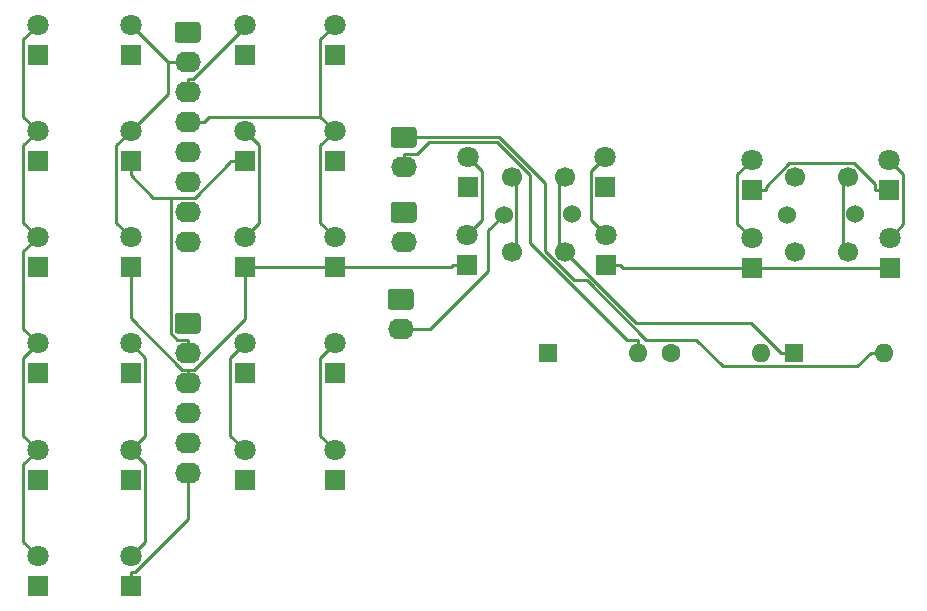
<source format=gbr>
G04 #@! TF.GenerationSoftware,KiCad,Pcbnew,(5.1.5-0-10_14)*
G04 #@! TF.CreationDate,2020-06-21T14:27:19+10:00*
G04 #@! TF.ProjectId,EWI_Right,4557495f-5269-4676-9874-2e6b69636164,-*
G04 #@! TF.SameCoordinates,Original*
G04 #@! TF.FileFunction,Copper,L2,Bot*
G04 #@! TF.FilePolarity,Positive*
%FSLAX46Y46*%
G04 Gerber Fmt 4.6, Leading zero omitted, Abs format (unit mm)*
G04 Created by KiCad (PCBNEW (5.1.5-0-10_14)) date 2020-06-21 14:27:19*
%MOMM*%
%LPD*%
G04 APERTURE LIST*
%ADD10C,1.800000*%
%ADD11R,1.800000X1.800000*%
%ADD12O,2.200000X1.740000*%
%ADD13C,0.100000*%
%ADD14O,1.600000X1.600000*%
%ADD15R,1.600000X1.600000*%
%ADD16C,1.600000*%
%ADD17C,1.524000*%
%ADD18C,1.700000*%
%ADD19C,0.228600*%
G04 APERTURE END LIST*
D10*
X147828000Y-74707200D03*
D11*
X147828000Y-77247200D03*
D12*
X170942000Y-57150000D03*
G04 #@! TA.AperFunction,ComponentPad*
D13*
G36*
X171816505Y-53741204D02*
G01*
X171840773Y-53744804D01*
X171864572Y-53750765D01*
X171887671Y-53759030D01*
X171909850Y-53769520D01*
X171930893Y-53782132D01*
X171950599Y-53796747D01*
X171968777Y-53813223D01*
X171985253Y-53831401D01*
X171999868Y-53851107D01*
X172012480Y-53872150D01*
X172022970Y-53894329D01*
X172031235Y-53917428D01*
X172037196Y-53941227D01*
X172040796Y-53965495D01*
X172042000Y-53989999D01*
X172042000Y-55230001D01*
X172040796Y-55254505D01*
X172037196Y-55278773D01*
X172031235Y-55302572D01*
X172022970Y-55325671D01*
X172012480Y-55347850D01*
X171999868Y-55368893D01*
X171985253Y-55388599D01*
X171968777Y-55406777D01*
X171950599Y-55423253D01*
X171930893Y-55437868D01*
X171909850Y-55450480D01*
X171887671Y-55460970D01*
X171864572Y-55469235D01*
X171840773Y-55475196D01*
X171816505Y-55478796D01*
X171792001Y-55480000D01*
X170091999Y-55480000D01*
X170067495Y-55478796D01*
X170043227Y-55475196D01*
X170019428Y-55469235D01*
X169996329Y-55460970D01*
X169974150Y-55450480D01*
X169953107Y-55437868D01*
X169933401Y-55423253D01*
X169915223Y-55406777D01*
X169898747Y-55388599D01*
X169884132Y-55368893D01*
X169871520Y-55347850D01*
X169861030Y-55325671D01*
X169852765Y-55302572D01*
X169846804Y-55278773D01*
X169843204Y-55254505D01*
X169842000Y-55230001D01*
X169842000Y-53989999D01*
X169843204Y-53965495D01*
X169846804Y-53941227D01*
X169852765Y-53917428D01*
X169861030Y-53894329D01*
X169871520Y-53872150D01*
X169884132Y-53851107D01*
X169898747Y-53831401D01*
X169915223Y-53813223D01*
X169933401Y-53796747D01*
X169953107Y-53782132D01*
X169974150Y-53769520D01*
X169996329Y-53759030D01*
X170019428Y-53750765D01*
X170043227Y-53744804D01*
X170067495Y-53741204D01*
X170091999Y-53740000D01*
X171792001Y-53740000D01*
X171816505Y-53741204D01*
G37*
G04 #@! TD.AperFunction*
D12*
X170942000Y-50800000D03*
G04 #@! TA.AperFunction,ComponentPad*
D13*
G36*
X171816505Y-47391204D02*
G01*
X171840773Y-47394804D01*
X171864572Y-47400765D01*
X171887671Y-47409030D01*
X171909850Y-47419520D01*
X171930893Y-47432132D01*
X171950599Y-47446747D01*
X171968777Y-47463223D01*
X171985253Y-47481401D01*
X171999868Y-47501107D01*
X172012480Y-47522150D01*
X172022970Y-47544329D01*
X172031235Y-47567428D01*
X172037196Y-47591227D01*
X172040796Y-47615495D01*
X172042000Y-47639999D01*
X172042000Y-48880001D01*
X172040796Y-48904505D01*
X172037196Y-48928773D01*
X172031235Y-48952572D01*
X172022970Y-48975671D01*
X172012480Y-48997850D01*
X171999868Y-49018893D01*
X171985253Y-49038599D01*
X171968777Y-49056777D01*
X171950599Y-49073253D01*
X171930893Y-49087868D01*
X171909850Y-49100480D01*
X171887671Y-49110970D01*
X171864572Y-49119235D01*
X171840773Y-49125196D01*
X171816505Y-49128796D01*
X171792001Y-49130000D01*
X170091999Y-49130000D01*
X170067495Y-49128796D01*
X170043227Y-49125196D01*
X170019428Y-49119235D01*
X169996329Y-49110970D01*
X169974150Y-49100480D01*
X169953107Y-49087868D01*
X169933401Y-49073253D01*
X169915223Y-49056777D01*
X169898747Y-49038599D01*
X169884132Y-49018893D01*
X169871520Y-48997850D01*
X169861030Y-48975671D01*
X169852765Y-48952572D01*
X169846804Y-48928773D01*
X169843204Y-48904505D01*
X169842000Y-48880001D01*
X169842000Y-47639999D01*
X169843204Y-47615495D01*
X169846804Y-47591227D01*
X169852765Y-47567428D01*
X169861030Y-47544329D01*
X169871520Y-47522150D01*
X169884132Y-47501107D01*
X169898747Y-47481401D01*
X169915223Y-47463223D01*
X169933401Y-47446747D01*
X169953107Y-47432132D01*
X169974150Y-47419520D01*
X169996329Y-47409030D01*
X170019428Y-47400765D01*
X170043227Y-47394804D01*
X170067495Y-47391204D01*
X170091999Y-47390000D01*
X171792001Y-47390000D01*
X171816505Y-47391204D01*
G37*
G04 #@! TD.AperFunction*
D12*
X152654000Y-57150000D03*
X152654000Y-54610000D03*
X152654000Y-52070000D03*
X152654000Y-49530000D03*
X152654000Y-46990000D03*
X152654000Y-44450000D03*
X152654000Y-41910000D03*
G04 #@! TA.AperFunction,ComponentPad*
D13*
G36*
X153528505Y-38501204D02*
G01*
X153552773Y-38504804D01*
X153576572Y-38510765D01*
X153599671Y-38519030D01*
X153621850Y-38529520D01*
X153642893Y-38542132D01*
X153662599Y-38556747D01*
X153680777Y-38573223D01*
X153697253Y-38591401D01*
X153711868Y-38611107D01*
X153724480Y-38632150D01*
X153734970Y-38654329D01*
X153743235Y-38677428D01*
X153749196Y-38701227D01*
X153752796Y-38725495D01*
X153754000Y-38749999D01*
X153754000Y-39990001D01*
X153752796Y-40014505D01*
X153749196Y-40038773D01*
X153743235Y-40062572D01*
X153734970Y-40085671D01*
X153724480Y-40107850D01*
X153711868Y-40128893D01*
X153697253Y-40148599D01*
X153680777Y-40166777D01*
X153662599Y-40183253D01*
X153642893Y-40197868D01*
X153621850Y-40210480D01*
X153599671Y-40220970D01*
X153576572Y-40229235D01*
X153552773Y-40235196D01*
X153528505Y-40238796D01*
X153504001Y-40240000D01*
X151803999Y-40240000D01*
X151779495Y-40238796D01*
X151755227Y-40235196D01*
X151731428Y-40229235D01*
X151708329Y-40220970D01*
X151686150Y-40210480D01*
X151665107Y-40197868D01*
X151645401Y-40183253D01*
X151627223Y-40166777D01*
X151610747Y-40148599D01*
X151596132Y-40128893D01*
X151583520Y-40107850D01*
X151573030Y-40085671D01*
X151564765Y-40062572D01*
X151558804Y-40038773D01*
X151555204Y-40014505D01*
X151554000Y-39990001D01*
X151554000Y-38749999D01*
X151555204Y-38725495D01*
X151558804Y-38701227D01*
X151564765Y-38677428D01*
X151573030Y-38654329D01*
X151583520Y-38632150D01*
X151596132Y-38611107D01*
X151610747Y-38591401D01*
X151627223Y-38573223D01*
X151645401Y-38556747D01*
X151665107Y-38542132D01*
X151686150Y-38529520D01*
X151708329Y-38519030D01*
X151731428Y-38510765D01*
X151755227Y-38504804D01*
X151779495Y-38501204D01*
X151803999Y-38500000D01*
X153504001Y-38500000D01*
X153528505Y-38501204D01*
G37*
G04 #@! TD.AperFunction*
D12*
X152654000Y-76708000D03*
X152654000Y-74168000D03*
X152654000Y-71628000D03*
X152654000Y-69088000D03*
X152654000Y-66548000D03*
G04 #@! TA.AperFunction,ComponentPad*
D13*
G36*
X153528505Y-63139204D02*
G01*
X153552773Y-63142804D01*
X153576572Y-63148765D01*
X153599671Y-63157030D01*
X153621850Y-63167520D01*
X153642893Y-63180132D01*
X153662599Y-63194747D01*
X153680777Y-63211223D01*
X153697253Y-63229401D01*
X153711868Y-63249107D01*
X153724480Y-63270150D01*
X153734970Y-63292329D01*
X153743235Y-63315428D01*
X153749196Y-63339227D01*
X153752796Y-63363495D01*
X153754000Y-63387999D01*
X153754000Y-64628001D01*
X153752796Y-64652505D01*
X153749196Y-64676773D01*
X153743235Y-64700572D01*
X153734970Y-64723671D01*
X153724480Y-64745850D01*
X153711868Y-64766893D01*
X153697253Y-64786599D01*
X153680777Y-64804777D01*
X153662599Y-64821253D01*
X153642893Y-64835868D01*
X153621850Y-64848480D01*
X153599671Y-64858970D01*
X153576572Y-64867235D01*
X153552773Y-64873196D01*
X153528505Y-64876796D01*
X153504001Y-64878000D01*
X151803999Y-64878000D01*
X151779495Y-64876796D01*
X151755227Y-64873196D01*
X151731428Y-64867235D01*
X151708329Y-64858970D01*
X151686150Y-64848480D01*
X151665107Y-64835868D01*
X151645401Y-64821253D01*
X151627223Y-64804777D01*
X151610747Y-64786599D01*
X151596132Y-64766893D01*
X151583520Y-64745850D01*
X151573030Y-64723671D01*
X151564765Y-64700572D01*
X151558804Y-64676773D01*
X151555204Y-64652505D01*
X151554000Y-64628001D01*
X151554000Y-63387999D01*
X151555204Y-63363495D01*
X151558804Y-63339227D01*
X151564765Y-63315428D01*
X151573030Y-63292329D01*
X151583520Y-63270150D01*
X151596132Y-63249107D01*
X151610747Y-63229401D01*
X151627223Y-63211223D01*
X151645401Y-63194747D01*
X151665107Y-63180132D01*
X151686150Y-63167520D01*
X151708329Y-63157030D01*
X151731428Y-63148765D01*
X151755227Y-63142804D01*
X151779495Y-63139204D01*
X151803999Y-63138000D01*
X153504001Y-63138000D01*
X153528505Y-63139204D01*
G37*
G04 #@! TD.AperFunction*
D12*
X170688000Y-64516000D03*
G04 #@! TA.AperFunction,ComponentPad*
D13*
G36*
X171562505Y-61107204D02*
G01*
X171586773Y-61110804D01*
X171610572Y-61116765D01*
X171633671Y-61125030D01*
X171655850Y-61135520D01*
X171676893Y-61148132D01*
X171696599Y-61162747D01*
X171714777Y-61179223D01*
X171731253Y-61197401D01*
X171745868Y-61217107D01*
X171758480Y-61238150D01*
X171768970Y-61260329D01*
X171777235Y-61283428D01*
X171783196Y-61307227D01*
X171786796Y-61331495D01*
X171788000Y-61355999D01*
X171788000Y-62596001D01*
X171786796Y-62620505D01*
X171783196Y-62644773D01*
X171777235Y-62668572D01*
X171768970Y-62691671D01*
X171758480Y-62713850D01*
X171745868Y-62734893D01*
X171731253Y-62754599D01*
X171714777Y-62772777D01*
X171696599Y-62789253D01*
X171676893Y-62803868D01*
X171655850Y-62816480D01*
X171633671Y-62826970D01*
X171610572Y-62835235D01*
X171586773Y-62841196D01*
X171562505Y-62844796D01*
X171538001Y-62846000D01*
X169837999Y-62846000D01*
X169813495Y-62844796D01*
X169789227Y-62841196D01*
X169765428Y-62835235D01*
X169742329Y-62826970D01*
X169720150Y-62816480D01*
X169699107Y-62803868D01*
X169679401Y-62789253D01*
X169661223Y-62772777D01*
X169644747Y-62754599D01*
X169630132Y-62734893D01*
X169617520Y-62713850D01*
X169607030Y-62691671D01*
X169598765Y-62668572D01*
X169592804Y-62644773D01*
X169589204Y-62620505D01*
X169588000Y-62596001D01*
X169588000Y-61355999D01*
X169589204Y-61331495D01*
X169592804Y-61307227D01*
X169598765Y-61283428D01*
X169607030Y-61260329D01*
X169617520Y-61238150D01*
X169630132Y-61217107D01*
X169644747Y-61197401D01*
X169661223Y-61179223D01*
X169679401Y-61162747D01*
X169699107Y-61148132D01*
X169720150Y-61135520D01*
X169742329Y-61125030D01*
X169765428Y-61116765D01*
X169789227Y-61110804D01*
X169813495Y-61107204D01*
X169837999Y-61106000D01*
X171538001Y-61106000D01*
X171562505Y-61107204D01*
G37*
G04 #@! TD.AperFunction*
D14*
X211582000Y-66548000D03*
D15*
X203962000Y-66548000D03*
D14*
X190754000Y-66548000D03*
D15*
X183134000Y-66548000D03*
D14*
X201168000Y-66548000D03*
D16*
X193548000Y-66548000D03*
D17*
X179419000Y-54807200D03*
X185210000Y-54767200D03*
D18*
X180130000Y-57942200D03*
X180130000Y-51592200D03*
X184575000Y-57942200D03*
X184575000Y-51592200D03*
D17*
X203399000Y-54807200D03*
X209190000Y-54767200D03*
D18*
X204110000Y-57942200D03*
X204110000Y-51592200D03*
X208555000Y-57942200D03*
X208555000Y-51592200D03*
D10*
X212110000Y-56750000D03*
D11*
X212110000Y-59290000D03*
D10*
X212080000Y-50220000D03*
D11*
X212080000Y-52760000D03*
D10*
X200406000Y-56770000D03*
D11*
X200406000Y-59310000D03*
D10*
X200406000Y-50220000D03*
D11*
X200406000Y-52760000D03*
D10*
X188090000Y-56530000D03*
D11*
X188090000Y-59070000D03*
D10*
X188000000Y-49890000D03*
D11*
X188000000Y-52430000D03*
D10*
X176320000Y-56530000D03*
D11*
X176320000Y-59070000D03*
D10*
X176380000Y-49890000D03*
D11*
X176380000Y-52430000D03*
D10*
X165100000Y-74707200D03*
D11*
X165100000Y-77247200D03*
D10*
X165100000Y-65717200D03*
D11*
X165100000Y-68257200D03*
D10*
X165100000Y-56727200D03*
D11*
X165100000Y-59267200D03*
D10*
X165100000Y-47737200D03*
D11*
X165100000Y-50277200D03*
D10*
X165100000Y-38737200D03*
D11*
X165100000Y-41277200D03*
D10*
X157480000Y-74707200D03*
D11*
X157480000Y-77247200D03*
D10*
X157480000Y-65717200D03*
D11*
X157480000Y-68257200D03*
D10*
X157480000Y-56727200D03*
D11*
X157480000Y-59267200D03*
D10*
X157480000Y-47737200D03*
D11*
X157480000Y-50277200D03*
D10*
X157480000Y-38737200D03*
D11*
X157480000Y-41277200D03*
D10*
X147828000Y-83697200D03*
D11*
X147828000Y-86237200D03*
D10*
X147828000Y-65717200D03*
D11*
X147828000Y-68257200D03*
D10*
X147828000Y-56727200D03*
D11*
X147828000Y-59267200D03*
D10*
X147828000Y-47737200D03*
D11*
X147828000Y-50277200D03*
D10*
X147828000Y-38737200D03*
D11*
X147828000Y-41277200D03*
D10*
X139954000Y-83697200D03*
D11*
X139954000Y-86237200D03*
D10*
X139954000Y-74707200D03*
D11*
X139954000Y-77247200D03*
D10*
X139954000Y-65717200D03*
D11*
X139954000Y-68257200D03*
D10*
X139954000Y-56727200D03*
D11*
X139954000Y-59267200D03*
D10*
X139954000Y-47737200D03*
D11*
X139954000Y-50277200D03*
D10*
X139954000Y-38737200D03*
D11*
X139954000Y-41277200D03*
D19*
X139954000Y-65717200D02*
X138761500Y-66909700D01*
X138761500Y-66909700D02*
X138761500Y-73514700D01*
X138761500Y-73514700D02*
X139954000Y-74707200D01*
X139954000Y-74707200D02*
X138761500Y-75899700D01*
X138761500Y-75899700D02*
X138761500Y-82504700D01*
X138761500Y-82504700D02*
X139954000Y-83697200D01*
X139954000Y-56727200D02*
X138761500Y-57919700D01*
X138761500Y-57919700D02*
X138761500Y-64524700D01*
X138761500Y-64524700D02*
X139954000Y-65717200D01*
X139954000Y-47737200D02*
X138761500Y-48929700D01*
X138761500Y-48929700D02*
X138761500Y-55534700D01*
X138761500Y-55534700D02*
X139954000Y-56727200D01*
X139954000Y-38737200D02*
X138761500Y-39929700D01*
X138761500Y-39929700D02*
X138761500Y-46544700D01*
X138761500Y-46544700D02*
X139954000Y-47737200D01*
X212080000Y-52760000D02*
X210887600Y-52760000D01*
X200406000Y-52760000D02*
X201598400Y-52760000D01*
X201598400Y-52760000D02*
X201598400Y-52461900D01*
X201598400Y-52461900D02*
X203614100Y-50446200D01*
X203614100Y-50446200D02*
X209095500Y-50446200D01*
X209095500Y-50446200D02*
X210887600Y-52238300D01*
X210887600Y-52238300D02*
X210887600Y-52760000D01*
X151253600Y-53389600D02*
X153249700Y-53389600D01*
X153249700Y-53389600D02*
X156287600Y-50351700D01*
X156287600Y-50351700D02*
X156287600Y-50277200D01*
X147828000Y-51469600D02*
X149748000Y-53389600D01*
X149748000Y-53389600D02*
X151253600Y-53389600D01*
X152654000Y-65385600D02*
X151782200Y-65385600D01*
X151782200Y-65385600D02*
X151253600Y-64857000D01*
X151253600Y-64857000D02*
X151253600Y-53389600D01*
X157480000Y-50277200D02*
X156287600Y-50277200D01*
X147828000Y-50277200D02*
X147828000Y-51469600D01*
X152654000Y-66548000D02*
X152654000Y-65385600D01*
X200406000Y-59310000D02*
X210897600Y-59310000D01*
X210897600Y-59310000D02*
X210917600Y-59290000D01*
X189282400Y-59070000D02*
X189522400Y-59310000D01*
X189522400Y-59310000D02*
X200406000Y-59310000D01*
X212110000Y-59290000D02*
X210917600Y-59290000D01*
X188090000Y-59070000D02*
X189282400Y-59070000D01*
X157480000Y-59267200D02*
X163907600Y-59267200D01*
X165100000Y-59267200D02*
X163907600Y-59267200D01*
X152654000Y-67925600D02*
X153213600Y-67925600D01*
X153213600Y-67925600D02*
X157480000Y-63659200D01*
X157480000Y-63659200D02*
X157480000Y-59267200D01*
X176320000Y-59070000D02*
X175127600Y-59070000D01*
X165100000Y-59267200D02*
X174930400Y-59267200D01*
X174930400Y-59267200D02*
X175127600Y-59070000D01*
X147828000Y-59267200D02*
X147828000Y-63596100D01*
X147828000Y-63596100D02*
X152157500Y-67925600D01*
X152157500Y-67925600D02*
X152654000Y-67925600D01*
X152654000Y-69088000D02*
X152654000Y-67925600D01*
X147828000Y-86237200D02*
X147828000Y-85044800D01*
X152654000Y-76708000D02*
X152654000Y-80591400D01*
X152654000Y-80591400D02*
X148200600Y-85044800D01*
X148200600Y-85044800D02*
X147828000Y-85044800D01*
X151000800Y-41910000D02*
X147828000Y-38737200D01*
X152654000Y-41910000D02*
X151000800Y-41910000D01*
X151000800Y-41910000D02*
X151000800Y-44564400D01*
X151000800Y-44564400D02*
X147828000Y-47737200D01*
X147828000Y-65717200D02*
X149020500Y-66909700D01*
X149020500Y-66909700D02*
X149020500Y-73514700D01*
X149020500Y-73514700D02*
X147828000Y-74707200D01*
X147828000Y-83697200D02*
X149020500Y-82504700D01*
X149020500Y-82504700D02*
X149020500Y-75899700D01*
X149020500Y-75899700D02*
X147828000Y-74707200D01*
X147828000Y-47737200D02*
X146635500Y-48929700D01*
X146635500Y-48929700D02*
X146635500Y-55534700D01*
X146635500Y-55534700D02*
X147828000Y-56727200D01*
X157480000Y-47737200D02*
X158672500Y-48929700D01*
X158672500Y-48929700D02*
X158672500Y-55534700D01*
X158672500Y-55534700D02*
X157480000Y-56727200D01*
X152654000Y-44450000D02*
X152654000Y-43287600D01*
X152654000Y-43287600D02*
X153151300Y-43287600D01*
X153151300Y-43287600D02*
X157480000Y-38958900D01*
X157480000Y-38958900D02*
X157480000Y-38737200D01*
X157480000Y-65717200D02*
X156287500Y-66909700D01*
X156287500Y-66909700D02*
X156287500Y-73514700D01*
X156287500Y-73514700D02*
X157480000Y-74707200D01*
X165100000Y-47737200D02*
X163907500Y-48929700D01*
X163907500Y-48929700D02*
X163907500Y-55534700D01*
X163907500Y-55534700D02*
X165100000Y-56727200D01*
X163887700Y-46524900D02*
X165100000Y-47737200D01*
X154046400Y-46990000D02*
X154511500Y-46524900D01*
X154511500Y-46524900D02*
X163887700Y-46524900D01*
X165100000Y-38737200D02*
X163887700Y-39949500D01*
X163887700Y-39949500D02*
X163887700Y-46524900D01*
X152654000Y-46990000D02*
X154046400Y-46990000D01*
X165100000Y-65717200D02*
X163907500Y-66909700D01*
X163907500Y-66909700D02*
X163907500Y-73514700D01*
X163907500Y-73514700D02*
X165100000Y-74707200D01*
X176380000Y-49890000D02*
X177572500Y-51082500D01*
X177572500Y-51082500D02*
X177572500Y-55277500D01*
X177572500Y-55277500D02*
X176320000Y-56530000D01*
X188090000Y-56530000D02*
X186807500Y-55247500D01*
X186807500Y-55247500D02*
X186807500Y-51082500D01*
X186807500Y-51082500D02*
X188000000Y-49890000D01*
X200406000Y-56770000D02*
X199213500Y-55577500D01*
X199213500Y-55577500D02*
X199213500Y-51412500D01*
X199213500Y-51412500D02*
X200406000Y-50220000D01*
X212080000Y-50220000D02*
X213272500Y-51412500D01*
X213272500Y-51412500D02*
X213272500Y-55587500D01*
X213272500Y-55587500D02*
X212110000Y-56750000D01*
X170942000Y-49637600D02*
X172104400Y-49637600D01*
X172104400Y-49637600D02*
X173064600Y-48677400D01*
X173064600Y-48677400D02*
X178862700Y-48677400D01*
X178862700Y-48677400D02*
X181642600Y-51457300D01*
X181642600Y-51457300D02*
X181642600Y-57226600D01*
X181642600Y-57226600D02*
X189871600Y-65455600D01*
X189871600Y-65455600D02*
X190754000Y-65455600D01*
X170942000Y-50800000D02*
X170942000Y-49637600D01*
X190754000Y-66548000D02*
X190754000Y-65455600D01*
X211582000Y-66548000D02*
X210489600Y-66548000D01*
X210489600Y-66548000D02*
X209368900Y-67668700D01*
X209368900Y-67668700D02*
X197952100Y-67668700D01*
X197952100Y-67668700D02*
X195738900Y-65455500D01*
X195738900Y-65455500D02*
X191513000Y-65455500D01*
X191513000Y-65455500D02*
X186443200Y-60385700D01*
X186443200Y-60385700D02*
X185377000Y-60385700D01*
X185377000Y-60385700D02*
X182884900Y-57893600D01*
X182884900Y-57893600D02*
X182884900Y-52124200D01*
X182884900Y-52124200D02*
X179020700Y-48260000D01*
X179020700Y-48260000D02*
X170942000Y-48260000D01*
X202869600Y-66548000D02*
X200326200Y-64004600D01*
X200326200Y-64004600D02*
X190637400Y-64004600D01*
X190637400Y-64004600D02*
X184575000Y-57942200D01*
X203962000Y-66548000D02*
X202869600Y-66548000D01*
X184575000Y-51592200D02*
X184143200Y-52024000D01*
X184143200Y-52024000D02*
X184143200Y-57510400D01*
X184143200Y-57510400D02*
X184575000Y-57942200D01*
X179419000Y-54807200D02*
X178106100Y-56120100D01*
X178106100Y-56120100D02*
X178106100Y-59552400D01*
X178106100Y-59552400D02*
X173142500Y-64516000D01*
X173142500Y-64516000D02*
X170688000Y-64516000D01*
X180130000Y-57942200D02*
X180484300Y-57587900D01*
X180484300Y-57587900D02*
X180484300Y-51946500D01*
X180484300Y-51946500D02*
X180130000Y-51592200D01*
X208555000Y-51592200D02*
X208122600Y-52024600D01*
X208122600Y-52024600D02*
X208122600Y-57509800D01*
X208122600Y-57509800D02*
X208555000Y-57942200D01*
M02*

</source>
